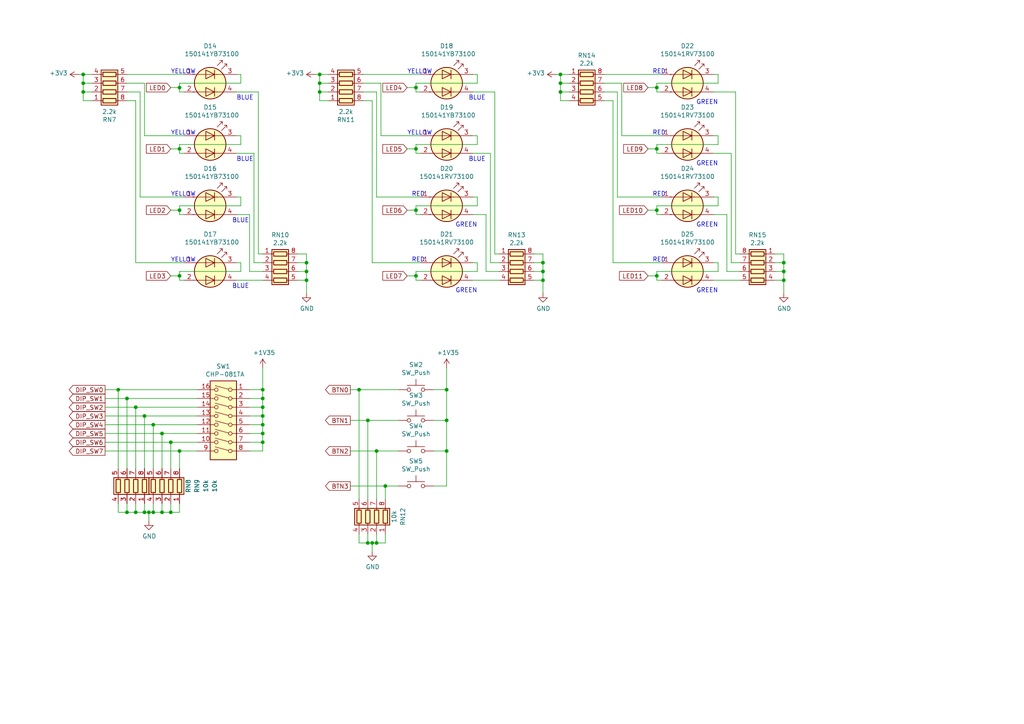
<source format=kicad_sch>
(kicad_sch (version 20210621) (generator eeschema)
  (paper "A4")
  (lib_symbols
    (symbol "Device:LED_Dual_AACC" (pin_names (offset 0) hide)
      (property "Reference" "D" (at 0 5.715 0))
      (property "Value" "Device_LED_Dual_AACC" (at 0 -6.35 0))
      (symbol "LED_Dual_AACC_0_1"
        (circle (center 0 0) (radius 4.572) (stroke (width 0.254)) (fill (type background)))
        (polyline (pts (xy -5.08 -2.54) (xy 2.032 -2.54)))
        (polyline (pts (xy -5.08 2.54) (xy 2.032 2.54)))
        (polyline (pts (xy 1.27 -1.27) (xy 1.27 -3.81)) (stroke (width 0.2032)))
        (polyline (pts (xy 1.27 3.81) (xy 1.27 1.27)) (stroke (width 0.2032)))
        (polyline (pts (xy 3.81 -2.54) (xy 1.905 -2.54)))
        (polyline (pts (xy 3.81 2.54) (xy 1.905 2.54)))
        (polyline (pts (xy -1.27 -1.27) (xy -1.27 -3.81) (xy 1.27 -2.54) (xy -1.27 -1.27)) (stroke (width 0.2032)))
        (polyline (pts (xy -1.27 3.81) (xy -1.27 1.27) (xy 1.27 2.54) (xy -1.27 3.81)) (stroke (width 0.2032)))
        (polyline (pts (xy 2.032 5.08) (xy 3.556 6.604) (xy 2.794 6.604) (xy 3.556 6.604) (xy 3.556 5.842)))
        (polyline (pts (xy 3.302 4.064) (xy 4.826 5.588) (xy 4.064 5.588) (xy 4.826 5.588) (xy 4.826 4.826)))
      )
      (symbol "LED_Dual_AACC_1_1"
        (pin input line (at -7.62 2.54 0) (length 3.048) (name "A1") (number "1"))
        (pin input line (at -7.62 -2.54 0) (length 3.048) (name "A2") (number "2"))
        (pin input line (at 7.62 2.54 180) (length 3.81) (name "K1") (number "3"))
        (pin input line (at 7.62 -2.54 180) (length 3.81) (name "K2") (number "4"))
      )
    )
    (symbol "Device:R_Pack04" (pin_names (offset 0) hide)
      (property "Reference" "RN" (at -7.62 0 90))
      (property "Value" "R_Pack04" (at 5.08 0 90))
      (symbol "R_Pack04_0_1"
        (rectangle (start -5.715 1.905) (end -4.445 -1.905) (stroke (width 0.254)))
        (rectangle (start -3.175 1.905) (end -1.905 -1.905) (stroke (width 0.254)))
        (rectangle (start -0.635 1.905) (end 0.635 -1.905) (stroke (width 0.254)))
        (rectangle (start 1.905 1.905) (end 3.175 -1.905) (stroke (width 0.254)))
        (rectangle (start -6.35 -2.413) (end 3.81 2.413) (stroke (width 0.254)) (fill (type background)))
        (polyline (pts (xy -5.08 -2.54) (xy -5.08 -1.905)))
        (polyline (pts (xy -5.08 1.905) (xy -5.08 2.54)))
        (polyline (pts (xy -2.54 -2.54) (xy -2.54 -1.905)))
        (polyline (pts (xy -2.54 1.905) (xy -2.54 2.54)))
        (polyline (pts (xy 0 -2.54) (xy 0 -1.905)))
        (polyline (pts (xy 0 1.905) (xy 0 2.54)))
        (polyline (pts (xy 2.54 -2.54) (xy 2.54 -1.905)))
        (polyline (pts (xy 2.54 1.905) (xy 2.54 2.54)))
      )
      (symbol "R_Pack04_1_1"
        (pin passive line (at -5.08 -5.08 90) (length 2.54) (name "R1.1") (number "1"))
        (pin passive line (at -2.54 -5.08 90) (length 2.54) (name "R2.1") (number "2"))
        (pin passive line (at 0 -5.08 90) (length 2.54) (name "R3.1") (number "3"))
        (pin passive line (at 2.54 -5.08 90) (length 2.54) (name "R4.1") (number "4"))
        (pin passive line (at 2.54 5.08 270) (length 2.54) (name "R4.2") (number "5"))
        (pin passive line (at 0 5.08 270) (length 2.54) (name "R3.2") (number "6"))
        (pin passive line (at -2.54 5.08 270) (length 2.54) (name "R2.2") (number "7"))
        (pin passive line (at -5.08 5.08 270) (length 2.54) (name "R1.2") (number "8"))
      )
    )
    (symbol "Switch:SW_DIP_x08" (pin_names (offset 0) hide)
      (property "Reference" "SW" (at 0 13.97 0))
      (property "Value" "SW_DIP_x08" (at 0 -11.43 0))
      (symbol "SW_DIP_x08_0_0"
        (circle (center -2.032 -7.62) (radius 0.508))
        (circle (center -2.032 -5.08) (radius 0.508))
        (circle (center -2.032 -2.54) (radius 0.508))
        (circle (center -2.032 0) (radius 0.508))
        (circle (center -2.032 2.54) (radius 0.508))
        (circle (center -2.032 5.08) (radius 0.508))
        (circle (center -2.032 7.62) (radius 0.508))
        (circle (center -2.032 10.16) (radius 0.508))
        (circle (center 2.032 -7.62) (radius 0.508))
        (circle (center 2.032 -5.08) (radius 0.508))
        (circle (center 2.032 -2.54) (radius 0.508))
        (circle (center 2.032 0) (radius 0.508))
        (circle (center 2.032 2.54) (radius 0.508))
        (circle (center 2.032 5.08) (radius 0.508))
        (circle (center 2.032 7.62) (radius 0.508))
        (circle (center 2.032 10.16) (radius 0.508))
        (polyline (pts (xy -1.524 -7.4676) (xy 2.3622 -6.4262)))
        (polyline (pts (xy -1.524 -4.9276) (xy 2.3622 -3.8862)))
        (polyline (pts (xy -1.524 -2.3876) (xy 2.3622 -1.3462)))
        (polyline (pts (xy -1.524 0.127) (xy 2.3622 1.1684)))
        (polyline (pts (xy -1.524 2.667) (xy 2.3622 3.7084)))
        (polyline (pts (xy -1.524 5.207) (xy 2.3622 6.2484)))
        (polyline (pts (xy -1.524 7.747) (xy 2.3622 8.7884)))
        (polyline (pts (xy -1.524 10.287) (xy 2.3622 11.3284)))
      )
      (symbol "SW_DIP_x08_0_1"
        (rectangle (start -3.81 12.7) (end 3.81 -10.16) (stroke (width 0.254)) (fill (type background)))
      )
      (symbol "SW_DIP_x08_1_1"
        (pin passive line (at -7.62 10.16 0) (length 5.08) (name "~") (number "1"))
        (pin passive line (at 7.62 -5.08 180) (length 5.08) (name "~") (number "10"))
        (pin passive line (at 7.62 -2.54 180) (length 5.08) (name "~") (number "11"))
        (pin passive line (at 7.62 0 180) (length 5.08) (name "~") (number "12"))
        (pin passive line (at 7.62 2.54 180) (length 5.08) (name "~") (number "13"))
        (pin passive line (at 7.62 5.08 180) (length 5.08) (name "~") (number "14"))
        (pin passive line (at 7.62 7.62 180) (length 5.08) (name "~") (number "15"))
        (pin passive line (at 7.62 10.16 180) (length 5.08) (name "~") (number "16"))
        (pin passive line (at -7.62 7.62 0) (length 5.08) (name "~") (number "2"))
        (pin passive line (at -7.62 5.08 0) (length 5.08) (name "~") (number "3"))
        (pin passive line (at -7.62 2.54 0) (length 5.08) (name "~") (number "4"))
        (pin passive line (at -7.62 0 0) (length 5.08) (name "~") (number "5"))
        (pin passive line (at -7.62 -2.54 0) (length 5.08) (name "~") (number "6"))
        (pin passive line (at -7.62 -5.08 0) (length 5.08) (name "~") (number "7"))
        (pin passive line (at -7.62 -7.62 0) (length 5.08) (name "~") (number "8"))
        (pin passive line (at 7.62 -7.62 180) (length 5.08) (name "~") (number "9"))
      )
    )
    (symbol "Switch:SW_Push" (pin_numbers hide) (pin_names (offset 1.016) hide)
      (property "Reference" "SW" (at 1.27 2.54 0))
      (property "Value" "SW_Push" (at 0 -1.524 0))
      (symbol "SW_Push_0_1"
        (circle (center -2.032 0) (radius 0.508))
        (circle (center 2.032 0) (radius 0.508))
        (polyline (pts (xy 0 1.27) (xy 0 3.048)))
        (polyline (pts (xy 2.54 1.27) (xy -2.54 1.27)))
        (pin passive line (at -5.08 0 0) (length 2.54) (name "1") (number "1"))
        (pin passive line (at 5.08 0 180) (length 2.54) (name "2") (number "2"))
      )
    )
    (symbol "power:+1V35" (power) (pin_names (offset 0))
      (property "Value" "+1V35" (at 0 3.556 0))
      (symbol "+1V35_0_1"
        (polyline (pts (xy -0.762 1.27) (xy 0 2.54)))
        (polyline (pts (xy 0 0) (xy 0 2.54)))
        (polyline (pts (xy 0 2.54) (xy 0.762 1.27)))
      )
      (symbol "+1V35_1_1"
        (pin power_in line (at 0 0 90) (length 0) hide (name "+1V35") (number "1"))
      )
    )
    (symbol "power:+3V3" (power) (pin_names (offset 0))
      (property "Value" "+3V3" (at 0 3.556 0))
      (symbol "+3V3_0_1"
        (polyline (pts (xy -0.762 1.27) (xy 0 2.54)))
        (polyline (pts (xy 0 0) (xy 0 2.54)))
        (polyline (pts (xy 0 2.54) (xy 0.762 1.27)))
      )
      (symbol "+3V3_1_1"
        (pin power_in line (at 0 0 90) (length 0) hide (name "+3V3") (number "1"))
      )
    )
    (symbol "power:GND" (power) (pin_names (offset 0))
      (property "Value" "GND" (at 0 -3.81 0))
      (symbol "GND_0_1"
        (polyline (pts (xy 0 0) (xy 0 -1.27) (xy 1.27 -1.27) (xy 0 -2.54) (xy -1.27 -1.27) (xy 0 -1.27)))
      )
      (symbol "GND_1_1"
        (pin power_in line (at 0 0 270) (length 0) hide (name "GND") (number "1"))
      )
    )
  )
  (junction (at 24.13 21.59))
  (junction (at 24.13 24.13))
  (junction (at 24.13 26.67))
  (junction (at 34.29 113.03))
  (junction (at 36.83 115.57))
  (junction (at 36.83 148.59))
  (junction (at 39.37 118.11))
  (junction (at 39.37 148.59))
  (junction (at 41.91 120.65))
  (junction (at 41.91 148.59))
  (junction (at 43.18 148.59))
  (junction (at 44.45 123.19))
  (junction (at 44.45 148.59))
  (junction (at 46.99 125.73))
  (junction (at 46.99 148.59))
  (junction (at 49.53 128.27))
  (junction (at 49.53 148.59))
  (junction (at 52.07 25.4))
  (junction (at 52.07 43.18))
  (junction (at 52.07 60.96))
  (junction (at 52.07 80.01))
  (junction (at 52.07 130.81))
  (junction (at 76.2 113.03))
  (junction (at 76.2 115.57))
  (junction (at 76.2 118.11))
  (junction (at 76.2 120.65))
  (junction (at 76.2 123.19))
  (junction (at 76.2 125.73))
  (junction (at 76.2 128.27))
  (junction (at 88.9 76.2))
  (junction (at 88.9 78.74))
  (junction (at 88.9 81.28))
  (junction (at 92.71 21.59))
  (junction (at 92.71 24.13))
  (junction (at 92.71 26.67))
  (junction (at 104.14 113.03))
  (junction (at 106.68 121.92))
  (junction (at 106.68 157.48))
  (junction (at 107.95 157.48))
  (junction (at 109.22 130.81))
  (junction (at 109.22 157.48))
  (junction (at 111.76 140.97))
  (junction (at 120.65 25.4))
  (junction (at 120.65 43.18))
  (junction (at 120.65 60.96))
  (junction (at 120.65 80.01))
  (junction (at 129.54 113.03))
  (junction (at 129.54 121.92))
  (junction (at 129.54 130.81))
  (junction (at 157.48 76.2))
  (junction (at 157.48 78.74))
  (junction (at 157.48 81.28))
  (junction (at 162.56 21.59))
  (junction (at 162.56 24.13))
  (junction (at 162.56 26.67))
  (junction (at 190.5 25.4))
  (junction (at 190.5 43.18))
  (junction (at 190.5 60.96))
  (junction (at 190.5 80.01))
  (junction (at 227.33 76.2))
  (junction (at 227.33 78.74))
  (junction (at 227.33 81.28))
  (wire (pts (xy 22.86 21.59) (xy 24.13 21.59)))
  (wire (pts (xy 24.13 21.59) (xy 24.13 24.13)))
  (wire (pts (xy 24.13 21.59) (xy 26.67 21.59)))
  (wire (pts (xy 24.13 24.13) (xy 24.13 26.67)))
  (wire (pts (xy 24.13 24.13) (xy 26.67 24.13)))
  (wire (pts (xy 24.13 26.67) (xy 24.13 29.21)))
  (wire (pts (xy 24.13 29.21) (xy 26.67 29.21)))
  (wire (pts (xy 26.67 26.67) (xy 24.13 26.67)))
  (wire (pts (xy 30.48 123.19) (xy 44.45 123.19)))
  (wire (pts (xy 34.29 113.03) (xy 30.48 113.03)))
  (wire (pts (xy 34.29 113.03) (xy 34.29 135.89)))
  (wire (pts (xy 34.29 148.59) (xy 34.29 146.05)))
  (wire (pts (xy 36.83 21.59) (xy 53.34 21.59)))
  (wire (pts (xy 36.83 26.67) (xy 40.64 26.67)))
  (wire (pts (xy 36.83 29.21) (xy 39.37 29.21)))
  (wire (pts (xy 36.83 115.57) (xy 30.48 115.57)))
  (wire (pts (xy 36.83 115.57) (xy 57.15 115.57)))
  (wire (pts (xy 36.83 135.89) (xy 36.83 115.57)))
  (wire (pts (xy 36.83 146.05) (xy 36.83 148.59)))
  (wire (pts (xy 36.83 148.59) (xy 34.29 148.59)))
  (wire (pts (xy 39.37 29.21) (xy 39.37 76.2)))
  (wire (pts (xy 39.37 76.2) (xy 53.34 76.2)))
  (wire (pts (xy 39.37 118.11) (xy 30.48 118.11)))
  (wire (pts (xy 39.37 118.11) (xy 39.37 135.89)))
  (wire (pts (xy 39.37 146.05) (xy 39.37 148.59)))
  (wire (pts (xy 39.37 148.59) (xy 36.83 148.59)))
  (wire (pts (xy 40.64 26.67) (xy 40.64 57.15)))
  (wire (pts (xy 40.64 57.15) (xy 53.34 57.15)))
  (wire (pts (xy 41.91 24.13) (xy 36.83 24.13)))
  (wire (pts (xy 41.91 39.37) (xy 41.91 24.13)))
  (wire (pts (xy 41.91 39.37) (xy 53.34 39.37)))
  (wire (pts (xy 41.91 120.65) (xy 30.48 120.65)))
  (wire (pts (xy 41.91 120.65) (xy 57.15 120.65)))
  (wire (pts (xy 41.91 135.89) (xy 41.91 120.65)))
  (wire (pts (xy 41.91 146.05) (xy 41.91 148.59)))
  (wire (pts (xy 41.91 148.59) (xy 39.37 148.59)))
  (wire (pts (xy 43.18 148.59) (xy 41.91 148.59)))
  (wire (pts (xy 43.18 148.59) (xy 44.45 148.59)))
  (wire (pts (xy 43.18 151.13) (xy 43.18 148.59)))
  (wire (pts (xy 44.45 123.19) (xy 44.45 135.89)))
  (wire (pts (xy 44.45 148.59) (xy 44.45 146.05)))
  (wire (pts (xy 44.45 148.59) (xy 46.99 148.59)))
  (wire (pts (xy 46.99 125.73) (xy 30.48 125.73)))
  (wire (pts (xy 46.99 125.73) (xy 57.15 125.73)))
  (wire (pts (xy 46.99 135.89) (xy 46.99 125.73)))
  (wire (pts (xy 46.99 148.59) (xy 46.99 146.05)))
  (wire (pts (xy 46.99 148.59) (xy 49.53 148.59)))
  (wire (pts (xy 49.53 25.4) (xy 52.07 25.4)))
  (wire (pts (xy 49.53 43.18) (xy 52.07 43.18)))
  (wire (pts (xy 49.53 60.96) (xy 52.07 60.96)))
  (wire (pts (xy 49.53 80.01) (xy 52.07 80.01)))
  (wire (pts (xy 49.53 128.27) (xy 30.48 128.27)))
  (wire (pts (xy 49.53 128.27) (xy 57.15 128.27)))
  (wire (pts (xy 49.53 135.89) (xy 49.53 128.27)))
  (wire (pts (xy 49.53 148.59) (xy 49.53 146.05)))
  (wire (pts (xy 49.53 148.59) (xy 52.07 148.59)))
  (wire (pts (xy 52.07 24.13) (xy 69.85 24.13)))
  (wire (pts (xy 52.07 25.4) (xy 52.07 24.13)))
  (wire (pts (xy 52.07 26.67) (xy 52.07 25.4)))
  (wire (pts (xy 52.07 41.91) (xy 69.85 41.91)))
  (wire (pts (xy 52.07 43.18) (xy 52.07 41.91)))
  (wire (pts (xy 52.07 44.45) (xy 52.07 43.18)))
  (wire (pts (xy 52.07 59.69) (xy 69.85 59.69)))
  (wire (pts (xy 52.07 60.96) (xy 52.07 59.69)))
  (wire (pts (xy 52.07 62.23) (xy 52.07 60.96)))
  (wire (pts (xy 52.07 78.74) (xy 69.85 78.74)))
  (wire (pts (xy 52.07 80.01) (xy 52.07 78.74)))
  (wire (pts (xy 52.07 81.28) (xy 52.07 80.01)))
  (wire (pts (xy 52.07 130.81) (xy 30.48 130.81)))
  (wire (pts (xy 52.07 130.81) (xy 52.07 135.89)))
  (wire (pts (xy 52.07 148.59) (xy 52.07 146.05)))
  (wire (pts (xy 53.34 26.67) (xy 52.07 26.67)))
  (wire (pts (xy 53.34 44.45) (xy 52.07 44.45)))
  (wire (pts (xy 53.34 62.23) (xy 52.07 62.23)))
  (wire (pts (xy 53.34 81.28) (xy 52.07 81.28)))
  (wire (pts (xy 57.15 113.03) (xy 34.29 113.03)))
  (wire (pts (xy 57.15 118.11) (xy 39.37 118.11)))
  (wire (pts (xy 57.15 123.19) (xy 44.45 123.19)))
  (wire (pts (xy 57.15 130.81) (xy 52.07 130.81)))
  (wire (pts (xy 68.58 21.59) (xy 69.85 21.59)))
  (wire (pts (xy 68.58 26.67) (xy 74.93 26.67)))
  (wire (pts (xy 68.58 39.37) (xy 69.85 39.37)))
  (wire (pts (xy 68.58 44.45) (xy 73.66 44.45)))
  (wire (pts (xy 68.58 57.15) (xy 69.85 57.15)))
  (wire (pts (xy 68.58 62.23) (xy 72.39 62.23)))
  (wire (pts (xy 68.58 76.2) (xy 69.85 76.2)))
  (wire (pts (xy 68.58 81.28) (xy 76.2 81.28)))
  (wire (pts (xy 69.85 24.13) (xy 69.85 21.59)))
  (wire (pts (xy 69.85 41.91) (xy 69.85 39.37)))
  (wire (pts (xy 69.85 59.69) (xy 69.85 57.15)))
  (wire (pts (xy 69.85 78.74) (xy 69.85 76.2)))
  (wire (pts (xy 72.39 78.74) (xy 72.39 62.23)))
  (wire (pts (xy 72.39 113.03) (xy 76.2 113.03)))
  (wire (pts (xy 72.39 120.65) (xy 76.2 120.65)))
  (wire (pts (xy 72.39 123.19) (xy 76.2 123.19)))
  (wire (pts (xy 72.39 128.27) (xy 76.2 128.27)))
  (wire (pts (xy 72.39 130.81) (xy 76.2 130.81)))
  (wire (pts (xy 73.66 76.2) (xy 73.66 44.45)))
  (wire (pts (xy 74.93 73.66) (xy 74.93 26.67)))
  (wire (pts (xy 76.2 73.66) (xy 74.93 73.66)))
  (wire (pts (xy 76.2 76.2) (xy 73.66 76.2)))
  (wire (pts (xy 76.2 78.74) (xy 72.39 78.74)))
  (wire (pts (xy 76.2 106.68) (xy 76.2 113.03)))
  (wire (pts (xy 76.2 115.57) (xy 72.39 115.57)))
  (wire (pts (xy 76.2 115.57) (xy 76.2 113.03)))
  (wire (pts (xy 76.2 118.11) (xy 72.39 118.11)))
  (wire (pts (xy 76.2 118.11) (xy 76.2 115.57)))
  (wire (pts (xy 76.2 120.65) (xy 76.2 118.11)))
  (wire (pts (xy 76.2 123.19) (xy 76.2 120.65)))
  (wire (pts (xy 76.2 125.73) (xy 72.39 125.73)))
  (wire (pts (xy 76.2 125.73) (xy 76.2 123.19)))
  (wire (pts (xy 76.2 128.27) (xy 76.2 125.73)))
  (wire (pts (xy 76.2 130.81) (xy 76.2 128.27)))
  (wire (pts (xy 86.36 73.66) (xy 88.9 73.66)))
  (wire (pts (xy 86.36 76.2) (xy 88.9 76.2)))
  (wire (pts (xy 86.36 78.74) (xy 88.9 78.74)))
  (wire (pts (xy 86.36 81.28) (xy 88.9 81.28)))
  (wire (pts (xy 88.9 73.66) (xy 88.9 76.2)))
  (wire (pts (xy 88.9 76.2) (xy 88.9 78.74)))
  (wire (pts (xy 88.9 78.74) (xy 88.9 81.28)))
  (wire (pts (xy 88.9 81.28) (xy 88.9 85.09)))
  (wire (pts (xy 91.44 21.59) (xy 92.71 21.59)))
  (wire (pts (xy 92.71 21.59) (xy 92.71 24.13)))
  (wire (pts (xy 92.71 21.59) (xy 95.25 21.59)))
  (wire (pts (xy 92.71 24.13) (xy 92.71 26.67)))
  (wire (pts (xy 92.71 24.13) (xy 95.25 24.13)))
  (wire (pts (xy 92.71 26.67) (xy 92.71 29.21)))
  (wire (pts (xy 92.71 29.21) (xy 95.25 29.21)))
  (wire (pts (xy 95.25 26.67) (xy 92.71 26.67)))
  (wire (pts (xy 101.6 121.92) (xy 106.68 121.92)))
  (wire (pts (xy 101.6 140.97) (xy 111.76 140.97)))
  (wire (pts (xy 104.14 113.03) (xy 101.6 113.03)))
  (wire (pts (xy 104.14 113.03) (xy 115.57 113.03)))
  (wire (pts (xy 104.14 144.78) (xy 104.14 113.03)))
  (wire (pts (xy 104.14 154.94) (xy 104.14 157.48)))
  (wire (pts (xy 104.14 157.48) (xy 106.68 157.48)))
  (wire (pts (xy 105.41 21.59) (xy 121.92 21.59)))
  (wire (pts (xy 105.41 26.67) (xy 109.22 26.67)))
  (wire (pts (xy 105.41 29.21) (xy 107.95 29.21)))
  (wire (pts (xy 106.68 121.92) (xy 115.57 121.92)))
  (wire (pts (xy 106.68 144.78) (xy 106.68 121.92)))
  (wire (pts (xy 106.68 154.94) (xy 106.68 157.48)))
  (wire (pts (xy 106.68 157.48) (xy 107.95 157.48)))
  (wire (pts (xy 107.95 29.21) (xy 107.95 76.2)))
  (wire (pts (xy 107.95 76.2) (xy 121.92 76.2)))
  (wire (pts (xy 107.95 157.48) (xy 109.22 157.48)))
  (wire (pts (xy 107.95 160.02) (xy 107.95 157.48)))
  (wire (pts (xy 109.22 26.67) (xy 109.22 57.15)))
  (wire (pts (xy 109.22 57.15) (xy 121.92 57.15)))
  (wire (pts (xy 109.22 130.81) (xy 101.6 130.81)))
  (wire (pts (xy 109.22 130.81) (xy 115.57 130.81)))
  (wire (pts (xy 109.22 144.78) (xy 109.22 130.81)))
  (wire (pts (xy 109.22 154.94) (xy 109.22 157.48)))
  (wire (pts (xy 109.22 157.48) (xy 111.76 157.48)))
  (wire (pts (xy 110.49 24.13) (xy 105.41 24.13)))
  (wire (pts (xy 110.49 39.37) (xy 110.49 24.13)))
  (wire (pts (xy 110.49 39.37) (xy 121.92 39.37)))
  (wire (pts (xy 111.76 140.97) (xy 115.57 140.97)))
  (wire (pts (xy 111.76 144.78) (xy 111.76 140.97)))
  (wire (pts (xy 111.76 157.48) (xy 111.76 154.94)))
  (wire (pts (xy 118.11 25.4) (xy 120.65 25.4)))
  (wire (pts (xy 118.11 43.18) (xy 120.65 43.18)))
  (wire (pts (xy 118.11 60.96) (xy 120.65 60.96)))
  (wire (pts (xy 118.11 80.01) (xy 120.65 80.01)))
  (wire (pts (xy 120.65 24.13) (xy 138.43 24.13)))
  (wire (pts (xy 120.65 25.4) (xy 120.65 24.13)))
  (wire (pts (xy 120.65 26.67) (xy 120.65 25.4)))
  (wire (pts (xy 120.65 41.91) (xy 138.43 41.91)))
  (wire (pts (xy 120.65 43.18) (xy 120.65 41.91)))
  (wire (pts (xy 120.65 44.45) (xy 120.65 43.18)))
  (wire (pts (xy 120.65 59.69) (xy 138.43 59.69)))
  (wire (pts (xy 120.65 60.96) (xy 120.65 59.69)))
  (wire (pts (xy 120.65 62.23) (xy 120.65 60.96)))
  (wire (pts (xy 120.65 78.74) (xy 138.43 78.74)))
  (wire (pts (xy 120.65 80.01) (xy 120.65 78.74)))
  (wire (pts (xy 120.65 81.28) (xy 120.65 80.01)))
  (wire (pts (xy 121.92 26.67) (xy 120.65 26.67)))
  (wire (pts (xy 121.92 44.45) (xy 120.65 44.45)))
  (wire (pts (xy 121.92 62.23) (xy 120.65 62.23)))
  (wire (pts (xy 121.92 81.28) (xy 120.65 81.28)))
  (wire (pts (xy 125.73 113.03) (xy 129.54 113.03)))
  (wire (pts (xy 125.73 121.92) (xy 129.54 121.92)))
  (wire (pts (xy 125.73 140.97) (xy 129.54 140.97)))
  (wire (pts (xy 129.54 106.68) (xy 129.54 113.03)))
  (wire (pts (xy 129.54 113.03) (xy 129.54 121.92)))
  (wire (pts (xy 129.54 121.92) (xy 129.54 130.81)))
  (wire (pts (xy 129.54 130.81) (xy 125.73 130.81)))
  (wire (pts (xy 129.54 140.97) (xy 129.54 130.81)))
  (wire (pts (xy 137.16 21.59) (xy 138.43 21.59)))
  (wire (pts (xy 137.16 26.67) (xy 143.51 26.67)))
  (wire (pts (xy 137.16 39.37) (xy 138.43 39.37)))
  (wire (pts (xy 137.16 44.45) (xy 142.24 44.45)))
  (wire (pts (xy 137.16 57.15) (xy 138.43 57.15)))
  (wire (pts (xy 137.16 62.23) (xy 140.97 62.23)))
  (wire (pts (xy 137.16 76.2) (xy 138.43 76.2)))
  (wire (pts (xy 137.16 81.28) (xy 144.78 81.28)))
  (wire (pts (xy 138.43 24.13) (xy 138.43 21.59)))
  (wire (pts (xy 138.43 41.91) (xy 138.43 39.37)))
  (wire (pts (xy 138.43 59.69) (xy 138.43 57.15)))
  (wire (pts (xy 138.43 78.74) (xy 138.43 76.2)))
  (wire (pts (xy 140.97 78.74) (xy 140.97 62.23)))
  (wire (pts (xy 142.24 76.2) (xy 142.24 44.45)))
  (wire (pts (xy 143.51 73.66) (xy 143.51 26.67)))
  (wire (pts (xy 144.78 73.66) (xy 143.51 73.66)))
  (wire (pts (xy 144.78 76.2) (xy 142.24 76.2)))
  (wire (pts (xy 144.78 78.74) (xy 140.97 78.74)))
  (wire (pts (xy 154.94 73.66) (xy 157.48 73.66)))
  (wire (pts (xy 154.94 76.2) (xy 157.48 76.2)))
  (wire (pts (xy 154.94 78.74) (xy 157.48 78.74)))
  (wire (pts (xy 154.94 81.28) (xy 157.48 81.28)))
  (wire (pts (xy 157.48 73.66) (xy 157.48 76.2)))
  (wire (pts (xy 157.48 76.2) (xy 157.48 78.74)))
  (wire (pts (xy 157.48 78.74) (xy 157.48 81.28)))
  (wire (pts (xy 157.48 81.28) (xy 157.48 85.09)))
  (wire (pts (xy 161.29 21.59) (xy 162.56 21.59)))
  (wire (pts (xy 162.56 21.59) (xy 162.56 24.13)))
  (wire (pts (xy 162.56 21.59) (xy 165.1 21.59)))
  (wire (pts (xy 162.56 24.13) (xy 162.56 26.67)))
  (wire (pts (xy 162.56 24.13) (xy 165.1 24.13)))
  (wire (pts (xy 162.56 26.67) (xy 162.56 29.21)))
  (wire (pts (xy 162.56 29.21) (xy 165.1 29.21)))
  (wire (pts (xy 165.1 26.67) (xy 162.56 26.67)))
  (wire (pts (xy 175.26 21.59) (xy 191.77 21.59)))
  (wire (pts (xy 175.26 26.67) (xy 179.07 26.67)))
  (wire (pts (xy 175.26 29.21) (xy 177.8 29.21)))
  (wire (pts (xy 177.8 29.21) (xy 177.8 76.2)))
  (wire (pts (xy 177.8 76.2) (xy 191.77 76.2)))
  (wire (pts (xy 179.07 26.67) (xy 179.07 57.15)))
  (wire (pts (xy 179.07 57.15) (xy 191.77 57.15)))
  (wire (pts (xy 180.34 24.13) (xy 175.26 24.13)))
  (wire (pts (xy 180.34 39.37) (xy 180.34 24.13)))
  (wire (pts (xy 180.34 39.37) (xy 191.77 39.37)))
  (wire (pts (xy 187.96 25.4) (xy 190.5 25.4)))
  (wire (pts (xy 187.96 43.18) (xy 190.5 43.18)))
  (wire (pts (xy 187.96 60.96) (xy 190.5 60.96)))
  (wire (pts (xy 187.96 80.01) (xy 190.5 80.01)))
  (wire (pts (xy 190.5 24.13) (xy 208.28 24.13)))
  (wire (pts (xy 190.5 25.4) (xy 190.5 24.13)))
  (wire (pts (xy 190.5 26.67) (xy 190.5 25.4)))
  (wire (pts (xy 190.5 41.91) (xy 208.28 41.91)))
  (wire (pts (xy 190.5 43.18) (xy 190.5 41.91)))
  (wire (pts (xy 190.5 44.45) (xy 190.5 43.18)))
  (wire (pts (xy 190.5 59.69) (xy 208.28 59.69)))
  (wire (pts (xy 190.5 60.96) (xy 190.5 59.69)))
  (wire (pts (xy 190.5 62.23) (xy 190.5 60.96)))
  (wire (pts (xy 190.5 78.74) (xy 208.28 78.74)))
  (wire (pts (xy 190.5 80.01) (xy 190.5 78.74)))
  (wire (pts (xy 190.5 81.28) (xy 190.5 80.01)))
  (wire (pts (xy 191.77 26.67) (xy 190.5 26.67)))
  (wire (pts (xy 191.77 44.45) (xy 190.5 44.45)))
  (wire (pts (xy 191.77 62.23) (xy 190.5 62.23)))
  (wire (pts (xy 191.77 81.28) (xy 190.5 81.28)))
  (wire (pts (xy 207.01 21.59) (xy 208.28 21.59)))
  (wire (pts (xy 207.01 26.67) (xy 213.36 26.67)))
  (wire (pts (xy 207.01 39.37) (xy 208.28 39.37)))
  (wire (pts (xy 207.01 44.45) (xy 212.09 44.45)))
  (wire (pts (xy 207.01 57.15) (xy 208.28 57.15)))
  (wire (pts (xy 207.01 62.23) (xy 210.82 62.23)))
  (wire (pts (xy 207.01 76.2) (xy 208.28 76.2)))
  (wire (pts (xy 207.01 81.28) (xy 214.63 81.28)))
  (wire (pts (xy 208.28 24.13) (xy 208.28 21.59)))
  (wire (pts (xy 208.28 41.91) (xy 208.28 39.37)))
  (wire (pts (xy 208.28 59.69) (xy 208.28 57.15)))
  (wire (pts (xy 208.28 78.74) (xy 208.28 76.2)))
  (wire (pts (xy 210.82 78.74) (xy 210.82 62.23)))
  (wire (pts (xy 212.09 76.2) (xy 212.09 44.45)))
  (wire (pts (xy 213.36 73.66) (xy 213.36 26.67)))
  (wire (pts (xy 214.63 73.66) (xy 213.36 73.66)))
  (wire (pts (xy 214.63 76.2) (xy 212.09 76.2)))
  (wire (pts (xy 214.63 78.74) (xy 210.82 78.74)))
  (wire (pts (xy 224.79 73.66) (xy 227.33 73.66)))
  (wire (pts (xy 224.79 76.2) (xy 227.33 76.2)))
  (wire (pts (xy 224.79 78.74) (xy 227.33 78.74)))
  (wire (pts (xy 224.79 81.28) (xy 227.33 81.28)))
  (wire (pts (xy 227.33 73.66) (xy 227.33 76.2)))
  (wire (pts (xy 227.33 76.2) (xy 227.33 78.74)))
  (wire (pts (xy 227.33 78.74) (xy 227.33 81.28)))
  (wire (pts (xy 227.33 81.28) (xy 227.33 85.09)))
  (text "YELLOW" (at 49.53 21.59 0) (effects (font (size 1.27 1.27)) (justify left bottom)))
  (text "YELLOW" (at 49.53 39.37 0) (effects (font (size 1.27 1.27)) (justify left bottom)))
  (text "YELLOW" (at 49.53 57.15 0) (effects (font (size 1.27 1.27)) (justify left bottom)))
  (text "YELLOW" (at 49.53 76.2 0) (effects (font (size 1.27 1.27)) (justify left bottom)))
  (text "BLUE" (at 67.31 64.77 0) (effects (font (size 1.27 1.27)) (justify left bottom)))
  (text "BLUE" (at 67.31 83.82 0) (effects (font (size 1.27 1.27)) (justify left bottom)))
  (text "BLUE" (at 68.58 29.21 0) (effects (font (size 1.27 1.27)) (justify left bottom)))
  (text "BLUE" (at 68.58 46.99 0) (effects (font (size 1.27 1.27)) (justify left bottom)))
  (text "YELLOW" (at 118.11 21.59 0) (effects (font (size 1.27 1.27)) (justify left bottom)))
  (text "YELLOW" (at 118.11 39.37 0) (effects (font (size 1.27 1.27)) (justify left bottom)))
  (text "RED" (at 119.38 57.15 0) (effects (font (size 1.27 1.27)) (justify left bottom)))
  (text "RED" (at 119.38 76.2 0) (effects (font (size 1.27 1.27)) (justify left bottom)))
  (text "GREEN" (at 132.08 66.04 0) (effects (font (size 1.27 1.27)) (justify left bottom)))
  (text "GREEN" (at 132.08 85.09 0) (effects (font (size 1.27 1.27)) (justify left bottom)))
  (text "BLUE" (at 135.89 29.21 0) (effects (font (size 1.27 1.27)) (justify left bottom)))
  (text "BLUE" (at 135.89 46.99 0) (effects (font (size 1.27 1.27)) (justify left bottom)))
  (text "RED" (at 189.23 21.59 0) (effects (font (size 1.27 1.27)) (justify left bottom)))
  (text "RED" (at 189.23 39.37 0) (effects (font (size 1.27 1.27)) (justify left bottom)))
  (text "RED" (at 189.23 57.15 0) (effects (font (size 1.27 1.27)) (justify left bottom)))
  (text "RED" (at 189.23 76.2 0) (effects (font (size 1.27 1.27)) (justify left bottom)))
  (text "GREEN" (at 201.93 30.48 0) (effects (font (size 1.27 1.27)) (justify left bottom)))
  (text "GREEN" (at 201.93 48.26 0) (effects (font (size 1.27 1.27)) (justify left bottom)))
  (text "GREEN" (at 201.93 66.04 0) (effects (font (size 1.27 1.27)) (justify left bottom)))
  (text "GREEN" (at 201.93 85.09 0) (effects (font (size 1.27 1.27)) (justify left bottom)))
  (global_label "DIP_SW0" (shape output) (at 30.48 113.03 180) (property "Intersheet References" "${INTERSHEET_REFS}" (effects hide)))
  (global_label "DIP_SW1" (shape output) (at 30.48 115.57 180) (property "Intersheet References" "${INTERSHEET_REFS}" (effects hide)))
  (global_label "DIP_SW2" (shape output) (at 30.48 118.11 180) (property "Intersheet References" "${INTERSHEET_REFS}" (effects hide)))
  (global_label "DIP_SW3" (shape output) (at 30.48 120.65 180) (property "Intersheet References" "${INTERSHEET_REFS}" (effects hide)))
  (global_label "DIP_SW4" (shape output) (at 30.48 123.19 180) (property "Intersheet References" "${INTERSHEET_REFS}" (effects hide)))
  (global_label "DIP_SW5" (shape output) (at 30.48 125.73 180) (property "Intersheet References" "${INTERSHEET_REFS}" (effects hide)))
  (global_label "DIP_SW6" (shape output) (at 30.48 128.27 180) (property "Intersheet References" "${INTERSHEET_REFS}" (effects hide)))
  (global_label "DIP_SW7" (shape output) (at 30.48 130.81 180) (property "Intersheet References" "${INTERSHEET_REFS}" (effects hide)))
  (global_label "LED0" (shape input) (at 49.53 25.4 180) (property "Intersheet References" "${INTERSHEET_REFS}" (effects hide)))
  (global_label "LED1" (shape input) (at 49.53 43.18 180) (property "Intersheet References" "${INTERSHEET_REFS}" (effects hide)))
  (global_label "LED2" (shape input) (at 49.53 60.96 180) (property "Intersheet References" "${INTERSHEET_REFS}" (effects hide)))
  (global_label "LED3" (shape input) (at 49.53 80.01 180) (property "Intersheet References" "${INTERSHEET_REFS}" (effects hide)))
  (global_label "BTN0" (shape output) (at 101.6 113.03 180) (property "Intersheet References" "${INTERSHEET_REFS}" (effects hide)))
  (global_label "BTN1" (shape output) (at 101.6 121.92 180) (property "Intersheet References" "${INTERSHEET_REFS}" (effects hide)))
  (global_label "BTN2" (shape output) (at 101.6 130.81 180) (property "Intersheet References" "${INTERSHEET_REFS}" (effects hide)))
  (global_label "BTN3" (shape output) (at 101.6 140.97 180) (property "Intersheet References" "${INTERSHEET_REFS}" (effects hide)))
  (global_label "LED4" (shape input) (at 118.11 25.4 180) (property "Intersheet References" "${INTERSHEET_REFS}" (effects hide)))
  (global_label "LED5" (shape input) (at 118.11 43.18 180) (property "Intersheet References" "${INTERSHEET_REFS}" (effects hide)))
  (global_label "LED6" (shape input) (at 118.11 60.96 180) (property "Intersheet References" "${INTERSHEET_REFS}" (effects hide)))
  (global_label "LED7" (shape input) (at 118.11 80.01 180) (property "Intersheet References" "${INTERSHEET_REFS}" (effects hide)))
  (global_label "LED8" (shape input) (at 187.96 25.4 180) (property "Intersheet References" "${INTERSHEET_REFS}" (effects hide)))
  (global_label "LED9" (shape input) (at 187.96 43.18 180) (property "Intersheet References" "${INTERSHEET_REFS}" (effects hide)))
  (global_label "LED10" (shape input) (at 187.96 60.96 180) (property "Intersheet References" "${INTERSHEET_REFS}" (effects hide)))
  (global_label "LED11" (shape input) (at 187.96 80.01 180) (property "Intersheet References" "${INTERSHEET_REFS}" (effects hide)))
  (symbol (lib_id "power:+3V3") (at 22.86 21.59 90) (unit 1)
    (property "Reference" "#PWR0166" (effects hide))
    (property "Value" "+3V3" (at 19.6088 21.209 90) (effects (justify left)))
  )
  (symbol (lib_id "power:+1V35") (at 76.2 106.68 0) (unit 1)
    (property "Reference" "#PWR0168" (effects hide))
    (property "Value" "+1V35" (at 76.581 102.2858 0))
  )
  (symbol (lib_id "power:+3V3") (at 91.44 21.59 90) (unit 1)
    (property "Reference" "#PWR0170" (effects hide))
    (property "Value" "+3V3" (at 88.1888 21.209 90) (effects (justify left)))
  )
  (symbol (lib_id "power:+1V35") (at 129.54 106.68 0) (unit 1)
    (property "Reference" "#PWR0172" (effects hide))
    (property "Value" "+1V35" (at 129.921 102.2858 0))
  )
  (symbol (lib_id "power:+3V3") (at 161.29 21.59 90) (unit 1)
    (property "Reference" "#PWR0174" (effects hide))
    (property "Value" "+3V3" (at 158.0388 21.209 90) (effects (justify left)))
  )
  (symbol (lib_id "power:GND") (at 43.18 151.13 0) (unit 1)
    (property "Reference" "#PWR0167" (effects hide))
    (property "Value" "GND" (at 43.307 155.5242 0))
  )
  (symbol (lib_id "power:GND") (at 88.9 85.09 0) (unit 1)
    (property "Reference" "#PWR0169" (effects hide))
    (property "Value" "GND" (at 89.027 89.4842 0))
  )
  (symbol (lib_id "power:GND") (at 107.95 160.02 0) (unit 1)
    (property "Reference" "#PWR0171" (effects hide))
    (property "Value" "GND" (at 108.077 164.4142 0))
  )
  (symbol (lib_id "power:GND") (at 157.48 85.09 0) (unit 1)
    (property "Reference" "#PWR0173" (effects hide))
    (property "Value" "GND" (at 157.607 89.4842 0))
  )
  (symbol (lib_id "power:GND") (at 227.33 85.09 0) (unit 1)
    (property "Reference" "#PWR0175" (effects hide))
    (property "Value" "GND" (at 227.457 89.4842 0))
  )
  (symbol (lib_id "Switch:SW_Push") (at 120.65 113.03 0) (unit 1)
    (property "Reference" "SW2" (at 120.65 105.791 0))
    (property "Value" "SW_Push" (at 120.65 108.1024 0))
    (property "Footprint" "Button_Switch_SMD:SW_SPST_B3S-1000" (effects hide))
  )
  (symbol (lib_id "Switch:SW_Push") (at 120.65 121.92 0) (unit 1)
    (property "Reference" "SW3" (at 120.65 114.681 0))
    (property "Value" "SW_Push" (at 120.65 116.9924 0))
    (property "Footprint" "Button_Switch_SMD:SW_SPST_B3S-1000" (effects hide))
  )
  (symbol (lib_id "Switch:SW_Push") (at 120.65 130.81 0) (unit 1)
    (property "Reference" "SW4" (at 120.65 123.571 0))
    (property "Value" "SW_Push" (at 120.65 125.8824 0))
    (property "Footprint" "Button_Switch_SMD:SW_SPST_B3S-1000" (effects hide))
  )
  (symbol (lib_id "Switch:SW_Push") (at 120.65 140.97 0) (unit 1)
    (property "Reference" "SW5" (at 120.65 133.731 0))
    (property "Value" "SW_Push" (at 120.65 136.0424 0))
    (property "Footprint" "Button_Switch_SMD:SW_SPST_B3S-1000" (effects hide))
  )
  (symbol (lib_id "Device:R_Pack04") (at 31.75 24.13 270) (mirror x) (unit 1)
    (property "Reference" "RN7" (at 31.75 34.7218 90))
    (property "Value" "2.2k" (at 31.75 32.4104 90))
    (property "Footprint" "Resistor_SMD:R_Array_Convex_4x0402" (effects hide))
  )
  (symbol (lib_id "Device:R_Pack04") (at 36.83 140.97 0) (mirror y) (unit 1)
    (property "Reference" "RN8" (at 54.61 140.97 90))
    (property "Value" "10k" (at 59.69 140.97 90))
    (property "Footprint" "Resistor_SMD:R_Array_Convex_4x0402" (effects hide))
  )
  (symbol (lib_id "Device:R_Pack04") (at 46.99 140.97 0) (mirror y) (unit 1)
    (property "Reference" "RN9" (at 57.15 140.97 90))
    (property "Value" "10k" (at 62.23 140.97 90))
    (property "Footprint" "Resistor_SMD:R_Array_Convex_4x0402" (effects hide))
  )
  (symbol (lib_id "Device:R_Pack04") (at 81.28 78.74 270) (unit 1)
    (property "Reference" "RN10" (at 81.28 68.1482 90))
    (property "Value" "2.2k" (at 81.28 70.4596 90))
    (property "Footprint" "Resistor_SMD:R_Array_Convex_4x0402" (effects hide))
  )
  (symbol (lib_id "Device:R_Pack04") (at 100.33 24.13 270) (mirror x) (unit 1)
    (property "Reference" "RN11" (at 100.33 34.7218 90))
    (property "Value" "2.2k" (at 100.33 32.4104 90))
    (property "Footprint" "Resistor_SMD:R_Array_Convex_4x0402" (effects hide))
  )
  (symbol (lib_id "Device:R_Pack04") (at 106.68 149.86 0) (mirror y) (unit 1)
    (property "Reference" "RN12" (at 116.84 149.86 90))
    (property "Value" "10k" (at 114.3 149.86 90))
    (property "Footprint" "Resistor_SMD:R_Array_Convex_4x0402" (effects hide))
  )
  (symbol (lib_id "Device:R_Pack04") (at 149.86 78.74 270) (unit 1)
    (property "Reference" "RN13" (at 149.86 68.1482 90))
    (property "Value" "2.2k" (at 149.86 70.4596 90))
    (property "Footprint" "Resistor_SMD:R_Array_Convex_4x0402" (effects hide))
  )
  (symbol (lib_id "Device:R_Pack04") (at 170.18 26.67 270) (unit 1)
    (property "Reference" "RN14" (at 170.18 16.0782 90))
    (property "Value" "2.2k" (at 170.18 18.3896 90))
    (property "Footprint" "Resistor_SMD:R_Array_Convex_4x0402" (effects hide))
  )
  (symbol (lib_id "Device:R_Pack04") (at 219.71 78.74 90) (mirror x) (unit 1)
    (property "Reference" "RN15" (at 219.71 68.1482 90))
    (property "Value" "2.2k" (at 219.71 70.4596 90))
    (property "Footprint" "Resistor_SMD:R_Array_Convex_4x0402" (effects hide))
  )
  (symbol (lib_id "Device:LED_Dual_AACC") (at 60.96 24.13 0) (unit 1)
    (property "Reference" "D14" (at 60.96 13.335 0))
    (property "Value" " 150141YB73100" (at 60.96 15.6464 0))
    (property "Footprint" "LED_SMD:LED_RGB_Wuerth-PLCC4_3.2x2.8mm_150141M173100" (effects hide))
  )
  (symbol (lib_id "Device:LED_Dual_AACC") (at 60.96 41.91 0) (unit 1)
    (property "Reference" "D15" (at 60.96 31.115 0))
    (property "Value" " 150141YB73100" (at 60.96 33.4264 0))
    (property "Footprint" "LED_SMD:LED_RGB_Wuerth-PLCC4_3.2x2.8mm_150141M173100" (effects hide))
  )
  (symbol (lib_id "Device:LED_Dual_AACC") (at 60.96 59.69 0) (unit 1)
    (property "Reference" "D16" (at 60.96 48.895 0))
    (property "Value" " 150141YB73100" (at 60.96 51.2064 0))
    (property "Footprint" "LED_SMD:LED_RGB_Wuerth-PLCC4_3.2x2.8mm_150141M173100" (effects hide))
  )
  (symbol (lib_id "Device:LED_Dual_AACC") (at 60.96 78.74 0) (unit 1)
    (property "Reference" "D17" (at 60.96 67.945 0))
    (property "Value" " 150141YB73100" (at 60.96 70.2564 0))
    (property "Footprint" "LED_SMD:LED_RGB_Wuerth-PLCC4_3.2x2.8mm_150141M173100" (effects hide))
  )
  (symbol (lib_id "Device:LED_Dual_AACC") (at 129.54 24.13 0) (unit 1)
    (property "Reference" "D18" (at 129.54 13.335 0))
    (property "Value" " 150141YB73100" (at 129.54 15.6464 0))
    (property "Footprint" "LED_SMD:LED_RGB_Wuerth-PLCC4_3.2x2.8mm_150141M173100" (effects hide))
  )
  (symbol (lib_id "Device:LED_Dual_AACC") (at 129.54 41.91 0) (unit 1)
    (property "Reference" "D19" (at 129.54 31.115 0))
    (property "Value" " 150141YB73100" (at 129.54 33.4264 0))
    (property "Footprint" "LED_SMD:LED_RGB_Wuerth-PLCC4_3.2x2.8mm_150141M173100" (effects hide))
  )
  (symbol (lib_id "Device:LED_Dual_AACC") (at 129.54 59.69 0) (unit 1)
    (property "Reference" "D20" (at 129.54 48.895 0))
    (property "Value" "150141RV73100" (at 129.54 51.2064 0))
    (property "Footprint" "LED_SMD:LED_RGB_Wuerth-PLCC4_3.2x2.8mm_150141M173100" (effects hide))
  )
  (symbol (lib_id "Device:LED_Dual_AACC") (at 129.54 78.74 0) (unit 1)
    (property "Reference" "D21" (at 129.54 67.945 0))
    (property "Value" "150141RV73100" (at 129.54 70.2564 0))
    (property "Footprint" "LED_SMD:LED_RGB_Wuerth-PLCC4_3.2x2.8mm_150141M173100" (effects hide))
  )
  (symbol (lib_id "Device:LED_Dual_AACC") (at 199.39 24.13 0) (unit 1)
    (property "Reference" "D22" (at 199.39 13.335 0))
    (property "Value" "150141RV73100" (at 199.39 15.6464 0))
    (property "Footprint" "LED_SMD:LED_RGB_Wuerth-PLCC4_3.2x2.8mm_150141M173100" (effects hide))
  )
  (symbol (lib_id "Device:LED_Dual_AACC") (at 199.39 41.91 0) (unit 1)
    (property "Reference" "D23" (at 199.39 31.115 0))
    (property "Value" "150141RV73100" (at 199.39 33.4264 0))
    (property "Footprint" "LED_SMD:LED_RGB_Wuerth-PLCC4_3.2x2.8mm_150141M173100" (effects hide))
  )
  (symbol (lib_id "Device:LED_Dual_AACC") (at 199.39 59.69 0) (unit 1)
    (property "Reference" "D24" (at 199.39 48.895 0))
    (property "Value" "150141RV73100" (at 199.39 51.2064 0))
    (property "Footprint" "LED_SMD:LED_RGB_Wuerth-PLCC4_3.2x2.8mm_150141M173100" (effects hide))
  )
  (symbol (lib_id "Device:LED_Dual_AACC") (at 199.39 78.74 0) (unit 1)
    (property "Reference" "D25" (at 199.39 67.945 0))
    (property "Value" "150141RV73100" (at 199.39 70.2564 0))
    (property "Footprint" "LED_SMD:LED_RGB_Wuerth-PLCC4_3.2x2.8mm_150141M173100" (effects hide))
  )
  (symbol (lib_id "Switch:SW_DIP_x08") (at 64.77 123.19 0) (mirror y) (unit 1)
    (property "Reference" "SW1" (at 64.77 106.2482 0))
    (property "Value" " CHP-081TA" (at 64.77 108.5596 0))
    (property "Footprint" "Button_Switch_SMD:SW_DIP_SPSTx08_Slide_Copal_CHS-08A_W5.08mm_P1.27mm_JPin" (effects hide))
  )
)
</source>
